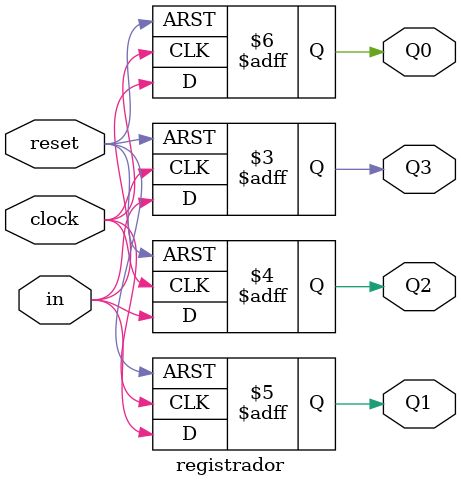
<source format=v>
/*
Nomes: Pedro Augusto, Tulio Horta
Data: 10/11/22
Projeto: registrador
*/

module registrador(Q3,Q2,Q1,Q0,in,reset,clock);
input reset, clock, in;
output reg Q3,Q2,Q1,Q0;

//clock borda de subida
//reset quando for 0

always @ (posedge clock or negedge reset) // todos tem que estar com borda
	begin
		if(reset == 0) // se reset for 0, todos viram 1
			begin
				Q3 = 1'b0;
				Q2 = 1'b0;
				Q1 = 1'b0;
				Q0 = 1'b0;
			end
		else
			begin	
				Q3 = in;
				Q2 = Q3;
				Q1 = Q2;
				Q0 = Q1;
			end
	end

endmodule
</source>
